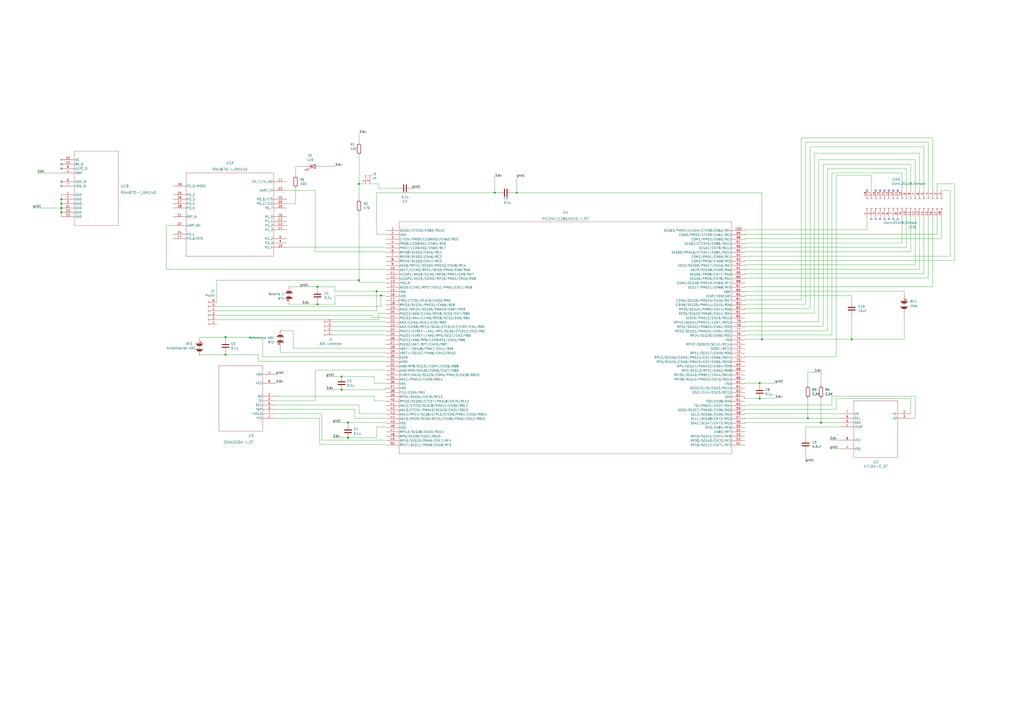
<source format=kicad_sch>
(kicad_sch (version 20211123) (generator eeschema)
  (paper "A2")
  (lib_symbols
    (symbol "2023-05-13_05-49-07:47L04-E_ST" (pin_names (offset 0.254))
      (property "Reference" "U" (at 20.32 12.7 0))
      (property "Value" "47L04-E/ST" (at 20.32 10.16 0))
      (symbol "47L04-E_ST_0_1"
        (polyline (pts (xy 7.62 -25.4) (xy 33.02 -25.4)) (stroke (width 0.127)))
        (polyline (pts (xy 7.62 7.62) (xy 7.62 -25.4)) (stroke (width 0.127)))
        (polyline (pts (xy 33.02 -25.4) (xy 33.02 7.62)) (stroke (width 0.127)))
        (polyline (pts (xy 33.02 7.62) (xy 7.62 7.62)) (stroke (width 0.127)))
        (pin unspecified line (at 0 -7.62 0) (length 7.62) (name "VCAP") (number "1"))
        (pin bidirectional line (at 40.64 0 180) (length 7.62) (name "A1") (number "2"))
        (pin bidirectional line (at 40.64 -2.54 180) (length 7.62) (name "A2") (number "3"))
        (pin power_out line (at 0 -20.32 0) (length 7.62) (name "VSS") (number "4"))
        (pin unspecified line (at 0 -5.08 0) (length 7.62) (name "SDA") (number "5"))
        (pin unspecified line (at 0 -2.54 0) (length 7.62) (name "SCL") (number "6"))
        (pin unspecified line (at 0 0 0) (length 7.62) (name "HS") (number "7"))
        (pin power_in line (at 0 -15.24 0) (length 7.62) (name "VCC") (number "8"))
      )
    )
    (symbol "2023-05-13_06-14-04:25AA320A-I_ST" (pin_names (offset 0.254))
      (property "Reference" "U" (at 20.32 12.7 0))
      (property "Value" "25AA320A-I/ST" (at 20.32 10.16 0))
      (symbol "25AA320A-I_ST_0_1"
        (polyline (pts (xy 7.62 -30.48) (xy 33.02 -30.48)) (stroke (width 0.127)))
        (polyline (pts (xy 7.62 7.62) (xy 7.62 -30.48)) (stroke (width 0.127)))
        (polyline (pts (xy 33.02 -30.48) (xy 33.02 7.62)) (stroke (width 0.127)))
        (polyline (pts (xy 33.02 7.62) (xy 7.62 7.62)) (stroke (width 0.127)))
        (pin unspecified line (at 0 0 0) (length 7.62) (name "*CS") (number "1"))
        (pin unspecified line (at 0 -12.7 0) (length 7.62) (name "SO") (number "2"))
        (pin unspecified line (at 0 -5.08 0) (length 7.62) (name "*WP") (number "3"))
        (pin unspecified line (at 0 -25.4 0) (length 7.62) (name "VSS") (number "4"))
        (pin unspecified line (at 0 -10.16 0) (length 7.62) (name "SI") (number "5"))
        (pin unspecified line (at 0 -7.62 0) (length 7.62) (name "SCK") (number "6"))
        (pin unspecified line (at 0 -2.54 0) (length 7.62) (name "*HOLD") (number "7"))
        (pin unspecified line (at 0 -20.32 0) (length 7.62) (name "VCC") (number "8"))
      )
    )
    (symbol "2023-05-14_08-27-05:RN4870-I_RM140" (pin_names (offset 0.254))
      (property "Reference" "U" (at 33.02 12.7 0))
      (property "Value" "RN4870-I/RM140" (at 33.02 10.16 0))
      (symbol "RN4870-I_RM140_1_1"
        (polyline (pts (xy 7.62 -40.64) (xy 58.42 -40.64)) (stroke (width 0.127)))
        (polyline (pts (xy 7.62 7.62) (xy 7.62 -40.64)) (stroke (width 0.127)))
        (polyline (pts (xy 58.42 -40.64) (xy 58.42 7.62)) (stroke (width 0.127)))
        (polyline (pts (xy 58.42 7.62) (xy 7.62 7.62)) (stroke (width 0.127)))
        (pin output line (at 66.04 2.54 180) (length 7.62) (name "P2_7/TX_IND") (number "11"))
        (pin bidirectional line (at 66.04 -20.32 180) (length 7.62) (name "P1_1") (number "12"))
        (pin bidirectional line (at 66.04 -22.86 180) (length 7.62) (name "P1_2") (number "13"))
        (pin bidirectional line (at 66.04 -25.4 180) (length 7.62) (name "P1_3") (number "14"))
        (pin bidirectional line (at 66.04 -7.62 180) (length 7.62) (name "P0_0/CTS") (number "15"))
        (pin bidirectional line (at 66.04 -17.78 180) (length 7.62) (name "P1_0") (number "16"))
        (pin bidirectional line (at 0 -30.48 0) (length 7.62) (name "P3_6/RTS") (number "17"))
        (pin input line (at 0 0 0) (length 7.62) (name "P2_0/MODE") (number "18"))
        (pin bidirectional line (at 66.04 -35.56 180) (length 7.62) (name "P2_4") (number "19"))
        (pin input line (at 0 -17.78 0) (length 7.62) (name "RST_N") (number "21"))
        (pin input line (at 0 -22.86 0) (length 7.62) (name "UART_RX") (number "22"))
        (pin output line (at 66.04 -2.54 180) (length 7.62) (name "UART_TX") (number "23"))
        (pin bidirectional line (at 0 -27.94 0) (length 7.62) (name "P3_1") (number "24"))
        (pin input line (at 0 -5.08 0) (length 7.62) (name "P3_2") (number "25"))
        (pin input line (at 0 -7.62 0) (length 7.62) (name "P3_3") (number "26"))
        (pin input line (at 0 -10.16 0) (length 7.62) (name "P3_4") (number "27"))
        (pin input line (at 0 -12.7 0) (length 7.62) (name "P3_5") (number "28"))
        (pin bidirectional line (at 66.04 -12.7 180) (length 7.62) (name "P0_7") (number "29"))
        (pin bidirectional line (at 66.04 -10.16 180) (length 7.62) (name "P0_2/LED") (number "30"))
        (pin bidirectional line (at 66.04 -30.48 180) (length 7.62) (name "P2_2") (number "5"))
        (pin bidirectional line (at 66.04 -33.02 180) (length 7.62) (name "P2_3") (number "9"))
      )
      (symbol "RN4870-I_RM140_2_1"
        (polyline (pts (xy 7.62 -38.1) (xy 33.02 -38.1)) (stroke (width 0.127)))
        (polyline (pts (xy 7.62 5.08) (xy 7.62 -38.1)) (stroke (width 0.127)))
        (polyline (pts (xy 33.02 -38.1) (xy 33.02 5.08)) (stroke (width 0.127)))
        (polyline (pts (xy 33.02 5.08) (xy 7.62 5.08)) (stroke (width 0.127)))
        (pin power_out line (at 0 -20.32 0) (length 7.62) (name "GND") (number "1"))
        (pin power_in line (at 0 -2.54 0) (length 7.62) (name "BK_O") (number "10"))
        (pin power_out line (at 0 -22.86 0) (length 7.62) (name "GND") (number "2"))
        (pin no_connect line (at 0 0 0) (length 7.62) (name "NC") (number "20"))
        (pin power_out line (at 0 -25.4 0) (length 7.62) (name "GND") (number "3"))
        (pin power_out line (at 0 -27.94 0) (length 7.62) (name "GND") (number "31"))
        (pin power_out line (at 0 -30.48 0) (length 7.62) (name "GND") (number "32"))
        (pin power_out line (at 0 -33.02 0) (length 7.62) (name "GND") (number "33"))
        (pin power_in line (at 0 -7.62 0) (length 7.62) (name "VBAT") (number "4"))
        (pin power_in line (at 0 -12.7 0) (length 7.62) (name "VDD_IO") (number "6"))
        (pin power_in line (at 0 -15.24 0) (length 7.62) (name "VDD_IO") (number "7"))
        (pin power_in line (at 0 -5.08 0) (length 7.62) (name "ULPC_O") (number "8"))
      )
    )
    (symbol "2023-05-15_22-46-42:PIC24FJ128GA310-I_PT" (pin_names (offset 0.254))
      (property "Reference" "U" (at 104.14 10.16 0))
      (property "Value" "PIC24FJ128GA310-I/PT" (at 104.14 7.62 0))
      (symbol "PIC24FJ128GA310-I_PT_0_1"
        (polyline (pts (xy 7.62 -129.54) (xy 200.66 -129.54)) (stroke (width 0.127)))
        (polyline (pts (xy 7.62 5.08) (xy 7.62 -129.54)) (stroke (width 0.127)))
        (polyline (pts (xy 200.66 -129.54) (xy 200.66 5.08)) (stroke (width 0.127)))
        (polyline (pts (xy 200.66 5.08) (xy 7.62 5.08)) (stroke (width 0.127)))
        (pin bidirectional line (at 0 0 0) (length 7.62) (name "SEG51/CTED3/CN82/RG15") (number "1"))
        (pin bidirectional line (at 0 -22.86 0) (length 7.62) (name "AN17/C1IND/RP21/SEG0/PMA5/CN8/RG6") (number "10"))
        (pin bidirectional line (at 208.28 0 180) (length 7.62) (name "SEG63/PMD4/HLVDIN/CTED8/CN62/RE4") (number "100"))
        (pin bidirectional line (at 0 -25.4 0) (length 7.62) (name "VLCAP1/AN18/C1INC/RP26/PMA4/CN9/RG7") (number "11"))
        (pin bidirectional line (at 0 -27.94 0) (length 7.62) (name "VLCAP2/AN19/C2IND/RP19/PMA3/CN10/RG8") (number "12"))
        (pin unspecified line (at 0 -30.48 0) (length 7.62) (name "*MCLR") (number "13"))
        (pin bidirectional line (at 0 -33.02 0) (length 7.62) (name "AN20/C2INC/RP27/SEG1/PMA2/CN11/RG9") (number "14"))
        (pin power_in line (at 0 -35.56 0) (length 7.62) (name "VSS") (number "15"))
        (pin power_in line (at 0 -38.1 0) (length 7.62) (name "VDD") (number "16"))
        (pin bidirectional line (at 0 -40.64 0) (length 7.62) (name "TMS/CTED0/SEG49/CN33/RA0") (number "17"))
        (pin bidirectional line (at 0 -43.18 0) (length 7.62) (name "RPI33/SEG34/PMCS1/CN66/RE8") (number "18"))
        (pin bidirectional line (at 0 -45.72 0) (length 7.62) (name "AN21/RPI34/SEG35/PMA19/CN67/RE9") (number "19"))
        (pin power_in line (at 0 -2.54 0) (length 7.62) (name "VDD") (number "2"))
        (pin bidirectional line (at 0 -48.26 0) (length 7.62) (name "PGEC3/AN5/C1INA/RP18/SEG2/CN7/RB5") (number "20"))
        (pin bidirectional line (at 0 -50.8 0) (length 7.62) (name "PGED3/AN4/C1INB/RP28/SEG3/CN6/RB4") (number "21"))
        (pin bidirectional line (at 0 -53.34 0) (length 7.62) (name "AN3/C2INA/SEG4/CN5/RB3") (number "22"))
        (pin bidirectional line (at 0 -55.88 0) (length 7.62) (name "AN2/C2INB/RP13/SEG5/CTED13/CTCMP/CN4/RB2") (number "23"))
        (pin bidirectional line (at 0 -58.42 0) (length 7.62) (name "PGEC1/CVREF-/AN1/RP1/SEG6/CTED12/CN3/RB1") (number "24"))
        (pin bidirectional line (at 0 -60.96 0) (length 7.62) (name "PGED1/CVREF+/AN0/RP0/SEG7/CN2/RB0") (number "25"))
        (pin bidirectional line (at 0 -63.5 0) (length 7.62) (name "PGEC2/AN6/RP6/LCDBIAS3/CN24/RB6") (number "26"))
        (pin bidirectional line (at 0 -66.04 0) (length 7.62) (name "PGED2/AN7/RP7/CN25/RB7") (number "27"))
        (pin bidirectional line (at 0 -68.58 0) (length 7.62) (name "VREF-/SEG36/PMA7/CN41/RA9") (number "28"))
        (pin bidirectional line (at 0 -71.12 0) (length 7.62) (name "VREF+/SEG37/PMA6/CN42/RA10") (number "29"))
        (pin bidirectional line (at 0 -5.08 0) (length 7.62) (name "CTED4/PMD5/LCDBIAS2/CN63/RE5") (number "3"))
        (pin power_in line (at 0 -73.66 0) (length 7.62) (name "AVDD") (number "30"))
        (pin power_in line (at 0 -76.2 0) (length 7.62) (name "AVSS") (number "31"))
        (pin bidirectional line (at 0 -78.74 0) (length 7.62) (name "AN8/RP8/SEG31/COM7/CN26/RB8") (number "32"))
        (pin bidirectional line (at 0 -81.28 0) (length 7.62) (name "AN9/RP9/SEG30/COM6/CN27/RB9") (number "33"))
        (pin bidirectional line (at 0 -83.82 0) (length 7.62) (name "CVREF/AN10/SEG29/COM5/PMA13/CN28/RB10") (number "34"))
        (pin bidirectional line (at 0 -86.36 0) (length 7.62) (name "AN11/PMA12/CN29/RB11") (number "35"))
        (pin power_in line (at 0 -88.9 0) (length 7.62) (name "VSS") (number "36"))
        (pin power_in line (at 0 -91.44 0) (length 7.62) (name "VDD") (number "37"))
        (pin bidirectional line (at 0 -93.98 0) (length 7.62) (name "TCK/CN34/RA1") (number "38"))
        (pin bidirectional line (at 0 -96.52 0) (length 7.62) (name "RP31/SEG54/CN76/RF13") (number "39"))
        (pin bidirectional line (at 0 -7.62 0) (length 7.62) (name "PMD6/LCDBIAS1/CN64/RE6") (number "4"))
        (pin bidirectional line (at 0 -99.06 0) (length 7.62) (name "RPI32/SEG55/CTED7/PMA18/CN75/RF12") (number "40"))
        (pin bidirectional line (at 0 -101.6 0) (length 7.62) (name "AN12/CTED2/SEG18/PMA11/CN30/RB12") (number "41"))
        (pin bidirectional line (at 0 -104.14 0) (length 7.62) (name "AN13/CTED1/PMA10/SEG19/CN31/RB13") (number "42"))
        (pin bidirectional line (at 0 -106.68 0) (length 7.62) (name "AN14/RP14/SEG8/CTPLS/CTED5/PMA1/CN32/RB14") (number "43"))
        (pin bidirectional line (at 0 -109.22 0) (length 7.62) (name "AN15/RP29/SEG9/REFO/CTED6/PMA0/CN12/RB15") (number "44"))
        (pin power_in line (at 0 -111.76 0) (length 7.62) (name "VSS") (number "45"))
        (pin power_in line (at 0 -114.3 0) (length 7.62) (name "VDD") (number "46"))
        (pin bidirectional line (at 0 -116.84 0) (length 7.62) (name "RPI43/SEG38/CN20/RD14") (number "47"))
        (pin bidirectional line (at 0 -119.38 0) (length 7.62) (name "RP5/SEG39/CN21/RD15") (number "48"))
        (pin bidirectional line (at 0 -121.92 0) (length 7.62) (name "RP10/SEG10/PMA9/CN17/RF4") (number "49"))
        (pin bidirectional line (at 0 -10.16 0) (length 7.62) (name "PMD7/LCDBIAS0/CN65/RE7") (number "5"))
        (pin bidirectional line (at 0 -124.46 0) (length 7.62) (name "RP17/SEG11/PMA8/CN18/RF5") (number "50"))
        (pin bidirectional line (at 208.28 -124.46 180) (length 7.62) (name "RP16/SEG12/CN71/RF3") (number "51"))
        (pin bidirectional line (at 208.28 -121.92 180) (length 7.62) (name "RP30/SEG40/CN70/RF2") (number "52"))
        (pin bidirectional line (at 208.28 -119.38 180) (length 7.62) (name "RP15/SEG41/CN74/RF8") (number "53"))
        (pin bidirectional line (at 208.28 -116.84 180) (length 7.62) (name "CN83/RF7") (number "54"))
        (pin bidirectional line (at 208.28 -114.3 180) (length 7.62) (name "INT0/CN84/RF6") (number "55"))
        (pin bidirectional line (at 208.28 -111.76 180) (length 7.62) (name "SDA1/SEG47/CN73/RG3") (number "56"))
        (pin bidirectional line (at 208.28 -109.22 180) (length 7.62) (name "SCL1/SEG28/CN72/RG2") (number "57"))
        (pin bidirectional line (at 208.28 -106.68 180) (length 7.62) (name "SCL2/SEG56/CN35/RA2") (number "58"))
        (pin bidirectional line (at 208.28 -104.14 180) (length 7.62) (name "SDA2/SEG57/PMA20/CN36/RA3") (number "59"))
        (pin bidirectional line (at 0 -12.7 0) (length 7.62) (name "RPI38/SEG32/CN45/RC1") (number "6"))
        (pin bidirectional line (at 208.28 -101.6 180) (length 7.62) (name "TDI/PMA21/CN37/RA4") (number "60"))
        (pin bidirectional line (at 208.28 -99.06 180) (length 7.62) (name "TDO/CN38/RA5") (number "61"))
        (pin power_in line (at 208.28 -96.52 180) (length 7.62) (name "VDD") (number "62"))
        (pin bidirectional line (at 208.28 -93.98 180) (length 7.62) (name "OSCI/CLKI/CN23/RC12") (number "63"))
        (pin bidirectional line (at 208.28 -91.44 180) (length 7.62) (name "OSCO/CLKO/CN22/RC15") (number "64"))
        (pin power_in line (at 208.28 -88.9 180) (length 7.62) (name "VSS") (number "65"))
        (pin bidirectional line (at 208.28 -86.36 180) (length 7.62) (name "RPI36/SEG42/PMA22/CN43/RA14") (number "66"))
        (pin bidirectional line (at 208.28 -83.82 180) (length 7.62) (name "RPI35/SEG43/PMBE1/CN44/RA15") (number "67"))
        (pin bidirectional line (at 208.28 -81.28 180) (length 7.62) (name "RP2/SEG13/RTCC/CN53/RD8") (number "68"))
        (pin bidirectional line (at 208.28 -78.74 180) (length 7.62) (name "RP4/SEG14/PMACK2/CN54/RD9") (number "69"))
        (pin bidirectional line (at 0 -15.24 0) (length 7.62) (name "RPI39/SEG52/CN46/RC2") (number "7"))
        (pin bidirectional line (at 208.28 -76.2 180) (length 7.62) (name "RP3/SEG15/C3IND/PMA15/CS2/CN55/RD10") (number "70"))
        (pin bidirectional line (at 208.28 -73.66 180) (length 7.62) (name "RP12/SEG16/C3INC/PMA14/CS1/CN56/RD11") (number "71"))
        (pin bidirectional line (at 208.28 -71.12 180) (length 7.62) (name "RP11/SEG17/CN49/RD0") (number "72"))
        (pin bidirectional line (at 208.28 -68.58 180) (length 7.62) (name "SOSCI/RC13") (number "73"))
        (pin bidirectional line (at 208.28 -66.04 180) (length 7.62) (name "RPI37/SOSCO/SCLKI/RC14") (number "74"))
        (pin power_in line (at 208.28 -63.5 180) (length 7.62) (name "VSS") (number "75"))
        (pin bidirectional line (at 208.28 -60.96 180) (length 7.62) (name "RP24/SEG20/CN50/RD1") (number "76"))
        (pin bidirectional line (at 208.28 -58.42 180) (length 7.62) (name "RP23/SEG21/PMACK1/CN51/RD2") (number "77"))
        (pin bidirectional line (at 208.28 -55.88 180) (length 7.62) (name "RP22/SEG22/PMBE0/CN52/RD3") (number "78"))
        (pin bidirectional line (at 208.28 -53.34 180) (length 7.62) (name "RPI42/SEG44/PMD12/CN57/RD12") (number "79"))
        (pin bidirectional line (at 0 -17.78 0) (length 7.62) (name "RPI40/SEG33/CN47/RC3") (number "8"))
        (pin bidirectional line (at 208.28 -50.8 180) (length 7.62) (name "SEG45/PMD13/CN19/RD13") (number "80"))
        (pin bidirectional line (at 208.28 -48.26 180) (length 7.62) (name "RP25/SEG23/PMWR/CN13/RD4") (number "81"))
        (pin bidirectional line (at 208.28 -45.72 180) (length 7.62) (name "RP20/SEG24/PMRD/CN14/RD5") (number "82"))
        (pin bidirectional line (at 208.28 -43.18 180) (length 7.62) (name "C3INB/SEG25/PMD14/CN15/RD6") (number "83"))
        (pin bidirectional line (at 208.28 -40.64 180) (length 7.62) (name "C3INA/SEG26/PMD15/CN16/RD7") (number "84"))
        (pin power_in line (at 208.28 -38.1 180) (length 7.62) (name "VCAP/VDDCORE") (number "85"))
        (pin power_in line (at 208.28 -35.56 180) (length 7.62) (name "VBAT") (number "86"))
        (pin bidirectional line (at 208.28 -33.02 180) (length 7.62) (name "SEG27/PMD11/CN68/RF0") (number "87"))
        (pin bidirectional line (at 208.28 -30.48 180) (length 7.62) (name "COM4/SEG48/PMD10/CN69/RF1") (number "88"))
        (pin bidirectional line (at 208.28 -27.94 180) (length 7.62) (name "SEG46/PMD9/CN78/RG1") (number "89"))
        (pin bidirectional line (at 0 -20.32 0) (length 7.62) (name "AN16/RPI41/SEG53/PMCS2/CN48/RC4") (number "9"))
        (pin bidirectional line (at 208.28 -25.4 180) (length 7.62) (name "SEG50/PMD8/CN77/RG0") (number "90"))
        (pin bidirectional line (at 208.28 -22.86 180) (length 7.62) (name "AN23/SEG58/CN39/RA6") (number "91"))
        (pin bidirectional line (at 208.28 -20.32 180) (length 7.62) (name "AN22/SEG59/PMA17/CN40/RA7") (number "92"))
        (pin bidirectional line (at 208.28 -17.78 180) (length 7.62) (name "COM3/PMD0/CN58/RE0") (number "93"))
        (pin bidirectional line (at 208.28 -15.24 180) (length 7.62) (name "COM2/PMD1/CN59/RE1") (number "94"))
        (pin bidirectional line (at 208.28 -12.7 180) (length 7.62) (name "SEG60/PMA16/CTED11/CN81/RG14") (number "95"))
        (pin bidirectional line (at 208.28 -10.16 180) (length 7.62) (name "SEG61/CN79/RG12") (number "96"))
        (pin bidirectional line (at 208.28 -7.62 180) (length 7.62) (name "SEG62/CTED10/CN80/RG13") (number "97"))
        (pin bidirectional line (at 208.28 -5.08 180) (length 7.62) (name "COM1/PMD2/CN60/RE2") (number "98"))
        (pin bidirectional line (at 208.28 -2.54 180) (length 7.62) (name "COM0/PMD3/CTED9/CN61/RE3") (number "99"))
      )
    )
    (symbol "Connector:Conn_01x02_Female" (pin_names (offset 1.016) hide)
      (property "Reference" "J" (at 0 2.54 0))
      (property "Value" "Conn_01x02_Female" (at 0 -5.08 0))
      (symbol "Conn_01x02_Female_1_1"
        (arc (start 0 -2.032) (mid -0.508 -2.54) (end 0 -3.048) (stroke (width 0.1524)))
        (polyline (pts (xy -1.27 -2.54) (xy -0.508 -2.54)) (stroke (width 0.1524)))
        (polyline (pts (xy -1.27 0) (xy -0.508 0)) (stroke (width 0.1524)))
        (arc (start 0 0.508) (mid -0.508 0) (end 0 -0.508) (stroke (width 0.1524)))
        (pin passive line (at -5.08 0 0) (length 3.81) (name "Pin_1") (number "1"))
        (pin passive line (at -5.08 -2.54 0) (length 3.81) (name "Pin_2") (number "2"))
      )
    )
    (symbol "Connector:Conn_01x04_Female" (pin_names (offset 1.016) hide)
      (property "Reference" "J" (at 0 5.08 0))
      (property "Value" "Conn_01x04_Female" (at 0 -7.62 0))
      (symbol "Conn_01x04_Female_1_1"
        (arc (start 0 -4.572) (mid -0.508 -5.08) (end 0 -5.588) (stroke (width 0.1524)))
        (arc (start 0 -2.032) (mid -0.508 -2.54) (end 0 -3.048) (stroke (width 0.1524)))
        (polyline (pts (xy -1.27 -5.08) (xy -0.508 -5.08)) (stroke (width 0.1524)))
        (polyline (pts (xy -1.27 -2.54) (xy -0.508 -2.54)) (stroke (width 0.1524)))
        (polyline (pts (xy -1.27 0) (xy -0.508 0)) (stroke (width 0.1524)))
        (polyline (pts (xy -1.27 2.54) (xy -0.508 2.54)) (stroke (width 0.1524)))
        (arc (start 0 0.508) (mid -0.508 0) (end 0 -0.508) (stroke (width 0.1524)))
        (arc (start 0 3.048) (mid -0.508 2.54) (end 0 2.032) (stroke (width 0.1524)))
        (pin passive line (at -5.08 2.54 0) (length 3.81) (name "Pin_1") (number "1"))
        (pin passive line (at -5.08 0 0) (length 3.81) (name "Pin_2") (number "2"))
        (pin passive line (at -5.08 -2.54 0) (length 3.81) (name "Pin_3") (number "3"))
        (pin passive line (at -5.08 -5.08 0) (length 3.81) (name "Pin_4") (number "4"))
      )
    )
    (symbol "Connector:Conn_01x06_Female" (pin_names (offset 1.016) hide)
      (property "Reference" "J" (at 0 7.62 0))
      (property "Value" "Conn_01x06_Female" (at 0 -10.16 0))
      (symbol "Conn_01x06_Female_1_1"
        (arc (start 0 -7.112) (mid -0.508 -7.62) (end 0 -8.128) (stroke (width 0.1524)))
        (arc (start 0 -4.572) (mid -0.508 -5.08) (end 0 -5.588) (stroke (width 0.1524)))
        (arc (start 0 -2.032) (mid -0.508 -2.54) (end 0 -3.048) (stroke (width 0.1524)))
        (polyline (pts (xy -1.27 -7.62) (xy -0.508 -7.62)) (stroke (width 0.1524)))
        (polyline (pts (xy -1.27 -5.08) (xy -0.508 -5.08)) (stroke (width 0.1524)))
        (polyline (pts (xy -1.27 -2.54) (xy -0.508 -2.54)) (stroke (width 0.1524)))
        (polyline (pts (xy -1.27 0) (xy -0.508 0)) (stroke (width 0.1524)))
        (polyline (pts (xy -1.27 2.54) (xy -0.508 2.54)) (stroke (width 0.1524)))
        (polyline (pts (xy -1.27 5.08) (xy -0.508 5.08)) (stroke (width 0.1524)))
        (arc (start 0 0.508) (mid -0.508 0) (end 0 -0.508) (stroke (width 0.1524)))
        (arc (start 0 3.048) (mid -0.508 2.54) (end 0 2.032) (stroke (width 0.1524)))
        (arc (start 0 5.588) (mid -0.508 5.08) (end 0 4.572) (stroke (width 0.1524)))
        (pin passive line (at -5.08 5.08 0) (length 3.81) (name "Pin_1") (number "1"))
        (pin passive line (at -5.08 2.54 0) (length 3.81) (name "Pin_2") (number "2"))
        (pin passive line (at -5.08 0 0) (length 3.81) (name "Pin_3") (number "3"))
        (pin passive line (at -5.08 -2.54 0) (length 3.81) (name "Pin_4") (number "4"))
        (pin passive line (at -5.08 -5.08 0) (length 3.81) (name "Pin_5") (number "5"))
        (pin passive line (at -5.08 -7.62 0) (length 3.81) (name "Pin_6") (number "6"))
      )
    )
    (symbol "Connector:Conn_01x18_Female" (pin_names (offset 1.016) hide)
      (property "Reference" "J" (at 0 22.86 0))
      (property "Value" "Conn_01x18_Female" (at 0 -25.4 0))
      (symbol "Conn_01x18_Female_1_1"
        (arc (start 0 -22.352) (mid -0.508 -22.86) (end 0 -23.368) (stroke (width 0.1524)))
        (arc (start 0 -19.812) (mid -0.508 -20.32) (end 0 -20.828) (stroke (width 0.1524)))
        (arc (start 0 -17.272) (mid -0.508 -17.78) (end 0 -18.288) (stroke (width 0.1524)))
        (arc (start 0 -14.732) (mid -0.508 -15.24) (end 0 -15.748) (stroke (width 0.1524)))
        (arc (start 0 -12.192) (mid -0.508 -12.7) (end 0 -13.208) (stroke (width 0.1524)))
        (arc (start 0 -9.652) (mid -0.508 -10.16) (end 0 -10.668) (stroke (width 0.1524)))
        (arc (start 0 -7.112) (mid -0.508 -7.62) (end 0 -8.128) (stroke (width 0.1524)))
        (arc (start 0 -4.572) (mid -0.508 -5.08) (end 0 -5.588) (stroke (width 0.1524)))
        (arc (start 0 -2.032) (mid -0.508 -2.54) (end 0 -3.048) (stroke (width 0.1524)))
        (polyline (pts (xy -1.27 -22.86) (xy -0.508 -22.86)) (stroke (width 0.1524)))
        (polyline (pts (xy -1.27 -20.32) (xy -0.508 -20.32)) (stroke (width 0.1524)))
        (polyline (pts (xy -1.27 -17.78) (xy -0.508 -17.78)) (stroke (width 0.1524)))
        (polyline (pts (xy -1.27 -15.24) (xy -0.508 -15.24)) (stroke (width 0.1524)))
        (polyline (pts (xy -1.27 -12.7) (xy -0.508 -12.7)) (stroke (width 0.1524)))
        (polyline (pts (xy -1.27 -10.16) (xy -0.508 -10.16)) (stroke (width 0.1524)))
        (polyline (pts (xy -1.27 -7.62) (xy -0.508 -7.62)) (stroke (width 0.1524)))
        (polyline (pts (xy -1.27 -5.08) (xy -0.508 -5.08)) (stroke (width 0.1524)))
        (polyline (pts (xy -1.27 -2.54) (xy -0.508 -2.54)) (stroke (width 0.1524)))
        (polyline (pts (xy -1.27 0) (xy -0.508 0)) (stroke (width 0.1524)))
        (polyline (pts (xy -1.27 2.54) (xy -0.508 2.54)) (stroke (width 0.1524)))
        (polyline (pts (xy -1.27 5.08) (xy -0.508 5.08)) (stroke (width 0.1524)))
        (polyline (pts (xy -1.27 7.62) (xy -0.508 7.62)) (stroke (width 0.1524)))
        (polyline (pts (xy -1.27 10.16) (xy -0.508 10.16)) (stroke (width 0.1524)))
        (polyline (pts (xy -1.27 12.7) (xy -0.508 12.7)) (stroke (width 0.1524)))
        (polyline (pts (xy -1.27 15.24) (xy -0.508 15.24)) (stroke (width 0.1524)))
        (polyline (pts (xy -1.27 17.78) (xy -0.508 17.78)) (stroke (width 0.1524)))
        (polyline (pts (xy -1.27 20.32) (xy -0.508 20.32)) (stroke (width 0.1524)))
        (arc (start 0 0.508) (mid -0.508 0) (end 0 -0.508) (stroke (width 0.1524)))
        (arc (start 0 3.048) (mid -0.508 2.54) (end 0 2.032) (stroke (width 0.1524)))
        (arc (start 0 5.588) (mid -0.508 5.08) (end 0 4.572) (stroke (width 0.1524)))
        (arc (start 0 8.128) (mid -0.508 7.62) (end 0 7.112) (stroke (width 0.1524)))
        (arc (start 0 10.668) (mid -0.508 10.16) (end 0 9.652) (stroke (width 0.1524)))
        (arc (start 0 13.208) (mid -0.508 12.7) (end 0 12.192) (stroke (width 0.1524)))
        (arc (start 0 15.748) (mid -0.508 15.24) (end 0 14.732) (stroke (width 0.1524)))
        (arc (start 0 18.288) (mid -0.508 17.78) (end 0 17.272) (stroke (width 0.1524)))
        (arc (start 0 20.828) (mid -0.508 20.32) (end 0 19.812) (stroke (width 0.1524)))
        (pin passive line (at -5.08 20.32 0) (length 3.81) (name "Pin_1") (number "1"))
        (pin passive line (at -5.08 -2.54 0) (length 3.81) (name "Pin_10") (number "10"))
        (pin passive line (at -5.08 -5.08 0) (length 3.81) (name "Pin_11") (number "11"))
        (pin passive line (at -5.08 -7.62 0) (length 3.81) (name "Pin_12") (number "12"))
        (pin passive line (at -5.08 -10.16 0) (length 3.81) (name "Pin_13") (number "13"))
        (pin passive line (at -5.08 -12.7 0) (length 3.81) (name "Pin_14") (number "14"))
        (pin passive line (at -5.08 -15.24 0) (length 3.81) (name "Pin_15") (number "15"))
        (pin passive line (at -5.08 -17.78 0) (length 3.81) (name "Pin_16") (number "16"))
        (pin passive line (at -5.08 -20.32 0) (length 3.81) (name "Pin_17") (number "17"))
        (pin passive line (at -5.08 -22.86 0) (length 3.81) (name "Pin_18") (number "18"))
        (pin passive line (at -5.08 17.78 0) (length 3.81) (name "Pin_2") (number "2"))
        (pin passive line (at -5.08 15.24 0) (length 3.81) (name "Pin_3") (number "3"))
        (pin passive line (at -5.08 12.7 0) (length 3.81) (name "Pin_4") (number "4"))
        (pin passive line (at -5.08 10.16 0) (length 3.81) (name "Pin_5") (number "5"))
        (pin passive line (at -5.08 7.62 0) (length 3.81) (name "Pin_6") (number "6"))
        (pin passive line (at -5.08 5.08 0) (length 3.81) (name "Pin_7") (number "7"))
        (pin passive line (at -5.08 2.54 0) (length 3.81) (name "Pin_8") (number "8"))
        (pin passive line (at -5.08 0 0) (length 3.81) (name "Pin_9") (number "9"))
      )
    )
    (symbol "Device:Battery" (pin_numbers hide) (pin_names (offset 0) hide)
      (property "Reference" "BT" (at 2.54 2.54 0))
      (property "Value" "Battery" (at 2.54 0 0))
      (symbol "Battery_0_1"
        (rectangle (start -2.032 -1.397) (end 2.032 -1.651) (fill (type outline)))
        (rectangle (start -2.032 1.778) (end 2.032 1.524) (fill (type outline)))
        (rectangle (start -1.3208 -1.9812) (end 1.27 -2.4892) (fill (type outline)))
        (rectangle (start -1.3208 1.1938) (end 1.27 0.6858) (fill (type outline)))
        (polyline (pts (xy 0 -1.524) (xy 0 -1.27)))
        (polyline (pts (xy 0 -1.016) (xy 0 -0.762)))
        (polyline (pts (xy 0 -0.508) (xy 0 -0.254)))
        (polyline (pts (xy 0 0) (xy 0 0.254)))
        (polyline (pts (xy 0 0.508) (xy 0 0.762)))
        (polyline (pts (xy 0 1.778) (xy 0 2.54)))
        (polyline (pts (xy 0.254 2.667) (xy 1.27 2.667)) (stroke (width 0.254)))
        (polyline (pts (xy 0.762 3.175) (xy 0.762 2.159)) (stroke (width 0.254)))
      )
      (symbol "Battery_1_1"
        (pin passive line (at 0 5.08 270) (length 2.54) (name "+") (number "1"))
        (pin passive line (at 0 -5.08 90) (length 2.54) (name "-") (number "2"))
      )
    )
    (symbol "Device:C" (pin_numbers hide) (pin_names (offset 0.254))
      (property "Reference" "C" (at 0.635 2.54 0))
      (property "Value" "C" (at 0.635 -2.54 0))
      (symbol "C_0_1"
        (polyline (pts (xy -2.032 -0.762) (xy 2.032 -0.762)) (stroke (width 0.508)))
        (polyline (pts (xy -2.032 0.762) (xy 2.032 0.762)) (stroke (width 0.508)))
      )
      (symbol "C_1_1"
        (pin passive line (at 0 3.81 270) (length 2.794) (name "~") (number "1"))
        (pin passive line (at 0 -3.81 90) (length 2.794) (name "~") (number "2"))
      )
    )
    (symbol "Device:LED" (pin_numbers hide) (pin_names (offset 1.016) hide)
      (property "Reference" "D" (at 0 2.54 0))
      (property "Value" "LED" (at 0 -2.54 0))
      (symbol "LED_0_1"
        (polyline (pts (xy -1.27 -1.27) (xy -1.27 1.27)) (stroke (width 0.254)))
        (polyline (pts (xy -1.27 0) (xy 1.27 0)))
        (polyline (pts (xy 1.27 -1.27) (xy 1.27 1.27) (xy -1.27 0) (xy 1.27 -1.27)) (stroke (width 0.254)))
        (polyline (pts (xy -3.048 -0.762) (xy -4.572 -2.286) (xy -3.81 -2.286) (xy -4.572 -2.286) (xy -4.572 -1.524)))
        (polyline (pts (xy -1.778 -0.762) (xy -3.302 -2.286) (xy -2.54 -2.286) (xy -3.302 -2.286) (xy -3.302 -1.524)))
      )
      (symbol "LED_1_1"
        (pin passive line (at -3.81 0 0) (length 2.54) (name "K") (number "1"))
        (pin passive line (at 3.81 0 180) (length 2.54) (name "A") (number "2"))
      )
    )
    (symbol "Device:R" (pin_numbers hide) (pin_names (offset 0))
      (property "Reference" "R" (at 2.032 0 90))
      (property "Value" "R" (at 0 0 90))
      (symbol "R_0_1"
        (rectangle (start -1.016 -2.54) (end 1.016 2.54) (stroke (width 0.254)))
      )
      (symbol "R_1_1"
        (pin passive line (at 0 3.81 270) (length 1.27) (name "~") (number "1"))
        (pin passive line (at 0 -3.81 90) (length 1.27) (name "~") (number "2"))
      )
    )
  )
  (junction (at 35.56 118.11))
  (junction (at 35.56 115.57))
  (junction (at 220.98 171.45))
  (junction (at 441.96 196.85))
  (junction (at 476.25 245.11))
  (junction (at 218.44 168.91))
  (junction (at 184.15 166.37))
  (junction (at 440.69 231.14))
  (junction (at 130.81 195.58))
  (junction (at 35.56 123.19))
  (junction (at 201.93 245.11))
  (junction (at 440.69 222.25))
  (junction (at 287.02 111.76))
  (junction (at 468.63 242.57))
  (junction (at 198.12 218.44))
  (junction (at 201.93 254))
  (junction (at 35.56 120.65))
  (junction (at 198.12 226.06))
  (junction (at 299.72 111.76))
  (junction (at 184.15 176.53))
  (junction (at 208.28 162.56))
  (junction (at 130.81 205.74))
  (junction (at 494.03 196.85))
  (junction (at 208.28 106.68))
  (no_connect (at 515.62 110.49))
  (no_connect (at 35.56 107.95))
  (no_connect (at 518.16 110.49))
  (no_connect (at 508 110.49))
  (no_connect (at 502.92 110.49))
  (no_connect (at 520.7 127))
  (no_connect (at 35.56 97.79))
  (no_connect (at 515.62 127))
  (no_connect (at 508 127))
  (no_connect (at 520.7 110.49))
  (no_connect (at 510.54 127))
  (no_connect (at 513.08 127))
  (no_connect (at 513.08 110.49))
  (no_connect (at 35.56 95.25))
  (no_connect (at 35.56 105.41))
  (no_connect (at 518.16 127))
  (no_connect (at 510.54 110.49))
  (no_connect (at 505.46 127))
  (wire (pts (xy 431.8 151.13) (xy 553.72 151.13)))
  (wire (pts (xy 431.8 176.53) (xy 467.36 176.53)))
  (wire (pts (xy 469.9 85.09) (xy 535.94 85.09)))
  (wire (pts (xy 185.42 242.57) (xy 185.42 257.81)))
  (wire (pts (xy 160.02 242.57) (xy 185.42 242.57)))
  (wire (pts (xy 467.36 176.53) (xy 467.36 82.55)))
  (wire (pts (xy 205.74 242.57) (xy 223.52 242.57)))
  (wire (pts (xy 431.8 240.03) (xy 487.68 240.03)))
  (wire (pts (xy 494.03 182.88) (xy 494.03 196.85)))
  (wire (pts (xy 535.94 125.73) (xy 535.94 158.75)))
  (wire (pts (xy 220.98 177.8) (xy 220.98 171.45)))
  (wire (pts (xy 185.42 257.81) (xy 223.52 257.81)))
  (wire (pts (xy 193.04 186.69) (xy 223.52 186.69)))
  (wire (pts (xy 193.04 194.31) (xy 223.52 194.31)))
  (wire (pts (xy 477.52 95.25) (xy 528.32 95.25)))
  (wire (pts (xy 543.56 106.68) (xy 543.56 110.49)))
  (wire (pts (xy 217.17 218.44) (xy 217.17 222.25)))
  (wire (pts (xy 551.18 148.59) (xy 551.18 110.49)))
  (wire (pts (xy 431.8 133.35) (xy 502.92 133.35)))
  (wire (pts (xy 474.98 186.69) (xy 474.98 92.71)))
  (wire (pts (xy 528.32 242.57) (xy 530.86 242.57)))
  (wire (pts (xy 523.24 100.33) (xy 523.24 110.49)))
  (wire (pts (xy 431.8 245.11) (xy 476.25 245.11)))
  (wire (pts (xy 205.74 237.49) (xy 205.74 242.57)))
  (wire (pts (xy 472.44 88.9) (xy 533.4 88.9)))
  (wire (pts (xy 464.82 80.01) (xy 541.02 80.01)))
  (wire (pts (xy 440.69 222.25) (xy 449.58 222.25)))
  (wire (pts (xy 218.44 168.91) (xy 223.52 168.91)))
  (wire (pts (xy 170.18 201.93) (xy 170.18 191.77)))
  (wire (pts (xy 96.52 156.21) (xy 223.52 156.21)))
  (wire (pts (xy 538.48 125.73) (xy 538.48 161.29)))
  (wire (pts (xy 468.63 215.9) (xy 476.25 215.9)))
  (wire (pts (xy 535.94 85.09) (xy 535.94 110.49)))
  (wire (pts (xy 431.8 158.75) (xy 535.94 158.75)))
  (wire (pts (xy 431.8 135.89) (xy 543.56 135.89)))
  (wire (pts (xy 431.8 143.51) (xy 525.78 143.51)))
  (wire (pts (xy 35.56 123.19) (xy 35.56 125.73)))
  (wire (pts (xy 525.78 97.79) (xy 525.78 110.49)))
  (wire (pts (xy 171.45 96.52) (xy 177.8 96.52)))
  (wire (pts (xy 524.51 181.61) (xy 524.51 196.85)))
  (wire (pts (xy 198.12 218.44) (xy 217.17 218.44)))
  (wire (pts (xy 215.9 182.88) (xy 215.9 184.15)))
  (wire (pts (xy 431.8 237.49) (xy 485.14 237.49)))
  (wire (pts (xy 467.36 261.62) (xy 467.36 267.97)))
  (wire (pts (xy 487.68 247.65) (xy 467.36 247.65)))
  (wire (pts (xy 543.56 125.73) (xy 543.56 135.89)))
  (wire (pts (xy 218.44 247.65) (xy 223.52 247.65)))
  (wire (pts (xy 160.02 237.49) (xy 205.74 237.49)))
  (wire (pts (xy 431.8 181.61) (xy 472.44 181.61)))
  (wire (pts (xy 494.03 175.26) (xy 494.03 171.45)))
  (wire (pts (xy 208.28 240.03) (xy 223.52 240.03)))
  (wire (pts (xy 431.8 242.57) (xy 468.63 242.57)))
  (wire (pts (xy 299.72 102.87) (xy 299.72 111.76)))
  (wire (pts (xy 431.8 138.43) (xy 546.1 138.43)))
  (wire (pts (xy 193.04 245.11) (xy 201.93 245.11)))
  (wire (pts (xy 160.02 232.41) (xy 182.88 232.41)))
  (wire (pts (xy 472.44 181.61) (xy 472.44 88.9)))
  (wire (pts (xy 96.52 130.81) (xy 96.52 156.21)))
  (wire (pts (xy 530.86 229.87) (xy 482.6 229.87)))
  (wire (pts (xy 289.56 111.76) (xy 287.02 111.76)))
  (wire (pts (xy 186.69 240.03) (xy 186.69 255.27)))
  (wire (pts (xy 467.36 247.65) (xy 467.36 254)))
  (wire (pts (xy 243.84 109.22) (xy 238.76 109.22)))
  (wire (pts (xy 208.28 234.95) (xy 208.28 240.03)))
  (wire (pts (xy 546.1 125.73) (xy 546.1 138.43)))
  (wire (pts (xy 431.8 146.05) (xy 528.32 146.05)))
  (wire (pts (xy 194.31 171.45) (xy 194.31 176.53)))
  (wire (pts (xy 35.56 115.57) (xy 35.56 118.11)))
  (wire (pts (xy 219.71 106.68) (xy 214.63 106.68)))
  (wire (pts (xy 431.8 173.99) (xy 464.82 173.99)))
  (wire (pts (xy 467.36 82.55) (xy 538.48 82.55)))
  (wire (pts (xy 208.28 106.68) (xy 212.09 106.68)))
  (wire (pts (xy 431.8 148.59) (xy 551.18 148.59)))
  (wire (pts (xy 287.02 102.87) (xy 287.02 111.76)))
  (wire (pts (xy 170.18 201.93) (xy 223.52 201.93)))
  (wire (pts (xy 162.56 201.93) (xy 162.56 204.47)))
  (wire (pts (xy 194.31 168.91) (xy 218.44 168.91)))
  (wire (pts (xy 523.24 125.73) (xy 523.24 140.97)))
  (wire (pts (xy 201.93 254) (xy 218.44 254)))
  (wire (pts (xy 538.48 82.55) (xy 538.48 110.49)))
  (wire (pts (xy 186.69 255.27) (xy 223.52 255.27)))
  (wire (pts (xy 528.32 95.25) (xy 528.32 110.49)))
  (wire (pts (xy 160.02 240.03) (xy 186.69 240.03)))
  (wire (pts (xy 431.8 168.91) (xy 524.51 168.91)))
  (wire (pts (xy 525.78 125.73) (xy 525.78 143.51)))
  (wire (pts (xy 35.56 118.11) (xy 35.56 120.65)))
  (wire (pts (xy 218.44 254) (xy 218.44 247.65)))
  (wire (pts (xy 431.8 171.45) (xy 494.03 171.45)))
  (wire (pts (xy 431.8 191.77) (xy 480.06 191.77)))
  (wire (pts (xy 530.86 125.73) (xy 530.86 153.67)))
  (wire (pts (xy 182.88 232.41) (xy 182.88 214.63)))
  (wire (pts (xy 482.6 100.33) (xy 523.24 100.33)))
  (wire (pts (xy 431.8 222.25) (xy 440.69 222.25)))
  (wire (pts (xy 431.8 161.29) (xy 538.48 161.29)))
  (wire (pts (xy 184.15 166.37) (xy 184.15 167.64)))
  (wire (pts (xy 130.81 204.47) (xy 130.81 205.74)))
  (wire (pts (xy 182.88 214.63) (xy 223.52 214.63)))
  (wire (pts (xy 166.37 143.51) (xy 223.52 143.51)))
  (wire (pts (xy 182.88 146.05) (xy 223.52 146.05)))
  (wire (pts (xy 481.33 260.35) (xy 487.68 260.35)))
  (wire (pts (xy 19.05 120.65) (xy 35.56 120.65)))
  (wire (pts (xy 194.31 166.37) (xy 184.15 166.37)))
  (wire (pts (xy 115.57 195.58) (xy 130.81 195.58)))
  (wire (pts (xy 194.31 171.45) (xy 220.98 171.45)))
  (wire (pts (xy 167.64 166.37) (xy 184.15 166.37)))
  (wire (pts (xy 198.12 226.06) (xy 223.52 226.06)))
  (wire (pts (xy 220.98 171.45) (xy 223.52 171.45)))
  (wire (pts (xy 482.6 229.87) (xy 482.6 234.95)))
  (wire (pts (xy 218.44 111.76) (xy 218.44 135.89)))
  (wire (pts (xy 125.73 182.88) (xy 215.9 182.88)))
  (wire (pts (xy 440.69 231.14) (xy 449.58 231.14)))
  (wire (pts (xy 193.04 189.23) (xy 223.52 189.23)))
  (wire (pts (xy 468.63 215.9) (xy 468.63 223.52)))
  (wire (pts (xy 189.23 218.44) (xy 198.12 218.44)))
  (wire (pts (xy 208.28 77.47) (xy 208.28 82.55)))
  (wire (pts (xy 431.8 153.67) (xy 530.86 153.67)))
  (wire (pts (xy 184.15 176.53) (xy 184.15 175.26)))
  (wire (pts (xy 115.57 205.74) (xy 130.81 205.74)))
  (wire (pts (xy 167.64 176.53) (xy 184.15 176.53)))
  (wire (pts (xy 468.63 231.14) (xy 468.63 242.57)))
  (wire (pts (xy 441.96 196.85) (xy 441.96 111.76)))
  (wire (pts (xy 485.14 207.01) (xy 485.14 101.6)))
  (wire (pts (xy 431.8 156.21) (xy 533.4 156.21)))
  (wire (pts (xy 440.69 223.52) (xy 440.69 222.25)))
  (wire (pts (xy 299.72 111.76) (xy 441.96 111.76)))
  (wire (pts (xy 553.72 151.13) (xy 553.72 106.68)))
  (wire (pts (xy 182.88 110.49) (xy 182.88 146.05)))
  (wire (pts (xy 125.73 177.8) (xy 220.98 177.8)))
  (wire (pts (xy 480.06 191.77) (xy 480.06 97.79)))
  (wire (pts (xy 223.52 224.79) (xy 223.52 226.06)))
  (wire (pts (xy 171.45 101.6) (xy 171.45 96.52)))
  (wire (pts (xy 219.71 185.42) (xy 219.71 181.61)))
  (wire (pts (xy 35.56 113.03) (xy 35.56 115.57)))
  (wire (pts (xy 208.28 163.83) (xy 223.52 163.83)))
  (wire (pts (xy 171.45 118.11) (xy 171.45 109.22)))
  (wire (pts (xy 194.31 168.91) (xy 194.31 166.37)))
  (wire (pts (xy 287.02 111.76) (xy 218.44 111.76)))
  (wire (pts (xy 482.6 194.31) (xy 482.6 100.33)))
  (wire (pts (xy 185.42 96.52) (xy 194.31 96.52)))
  (wire (pts (xy 476.25 231.14) (xy 476.25 245.11)))
  (wire (pts (xy 149.86 205.74) (xy 149.86 209.55)))
  (wire (pts (xy 431.8 189.23) (xy 477.52 189.23)))
  (wire (pts (xy 166.37 118.11) (xy 171.45 118.11)))
  (wire (pts (xy 533.4 125.73) (xy 533.4 156.21)))
  (wire (pts (xy 193.04 191.77) (xy 223.52 191.77)))
  (wire (pts (xy 464.82 173.99) (xy 464.82 80.01)))
  (wire (pts (xy 217.17 222.25) (xy 223.52 222.25)))
  (wire (pts (xy 166.37 110.49) (xy 182.88 110.49)))
  (wire (pts (xy 208.28 123.19) (xy 208.28 162.56)))
  (wire (pts (xy 201.93 246.38) (xy 201.93 245.11)))
  (wire (pts (xy 170.18 191.77) (xy 162.56 191.77)))
  (wire (pts (xy 505.46 101.6) (xy 505.46 110.49)))
  (wire (pts (xy 469.9 85.09) (xy 469.9 179.07)))
  (wire (pts (xy 152.4 207.01) (xy 223.52 207.01)))
  (wire (pts (xy 431.8 229.87) (xy 431.8 231.14)))
  (wire (pts (xy 35.56 120.65) (xy 35.56 123.19)))
  (wire (pts (xy 201.93 245.11) (xy 223.52 245.11)))
  (wire (pts (xy 502.92 125.73) (xy 502.92 133.35)))
  (wire (pts (xy 541.02 80.01) (xy 541.02 110.49)))
  (wire (pts (xy 431.8 186.69) (xy 474.98 186.69)))
  (wire (pts (xy 208.28 106.68) (xy 208.28 115.57)))
  (wire (pts (xy 476.25 245.11) (xy 487.68 245.11)))
  (wire (pts (xy 494.03 196.85) (xy 524.51 196.85)))
  (wire (pts (xy 440.69 231.14) (xy 431.8 231.14)))
  (wire (pts (xy 297.18 111.76) (xy 299.72 111.76)))
  (wire (pts (xy 125.73 180.34) (xy 218.44 180.34)))
  (wire (pts (xy 441.96 196.85) (xy 494.03 196.85)))
  (wire (pts (xy 217.17 229.87) (xy 217.17 232.41)))
  (wire (pts (xy 431.8 140.97) (xy 523.24 140.97)))
  (wire (pts (xy 189.23 226.06) (xy 198.12 226.06)))
  (wire (pts (xy 528.32 231.14) (xy 485.14 231.14)))
  (wire (pts (xy 217.17 232.41) (xy 223.52 232.41)))
  (wire (pts (xy 474.98 92.71) (xy 530.86 92.71)))
  (wire (pts (xy 485.14 231.14) (xy 485.14 237.49)))
  (wire (pts (xy 218.44 180.34) (xy 218.44 168.91)))
  (wire (pts (xy 160.02 234.95) (xy 208.28 234.95)))
  (wire (pts (xy 431.8 207.01) (xy 485.14 207.01)))
  (wire (pts (xy 541.02 125.73) (xy 541.02 166.37)))
  (wire (pts (xy 219.71 181.61) (xy 223.52 181.61)))
  (wire (pts (xy 130.81 195.58) (xy 152.4 195.58)))
  (wire (pts (xy 152.4 195.58) (xy 152.4 207.01)))
  (wire (pts (xy 468.63 242.57) (xy 487.68 242.57)))
  (wire (pts (xy 125.73 162.56) (xy 208.28 162.56)))
  (wire (pts (xy 480.06 97.79) (xy 525.78 97.79)))
  (wire (pts (xy 551.18 110.49) (xy 546.1 110.49)))
  (wire (pts (xy 218.44 135.89) (xy 223.52 135.89)))
  (wire (pts (xy 219.71 106.68) (xy 219.71 109.22)))
  (wire (pts (xy 208.28 162.56) (xy 208.28 163.83)))
  (wire (pts (xy 130.81 195.58) (xy 130.81 196.85)))
  (wire (pts (xy 528.32 240.03) (xy 528.32 231.14)))
  (wire (pts (xy 431.8 179.07) (xy 469.9 179.07)))
  (wire (pts (xy 431.8 196.85) (xy 441.96 196.85)))
  (wire (pts (xy 533.4 88.9) (xy 533.4 110.49)))
  (wire (pts (xy 21.59 100.33) (xy 35.56 100.33)))
  (wire (pts (xy 130.81 205.74) (xy 149.86 205.74)))
  (wire (pts (xy 162.56 204.47) (xy 223.52 204.47)))
  (wire (pts (xy 160.02 229.87) (xy 217.17 229.87)))
  (wire (pts (xy 100.33 130.81) (xy 96.52 130.81)))
  (wire (pts (xy 431.8 234.95) (xy 482.6 234.95)))
  (wire (pts (xy 528.32 125.73) (xy 528.32 146.05)))
  (wire (pts (xy 231.14 109.22) (xy 219.71 109.22)))
  (wire (pts (xy 481.33 255.27) (xy 487.68 255.27)))
  (wire (pts (xy 184.15 176.53) (xy 194.31 176.53)))
  (wire (pts (xy 485.14 101.6) (xy 505.46 101.6)))
  (wire (pts (xy 530.86 92.71) (xy 530.86 110.49)))
  (wire (pts (xy 125.73 185.42) (xy 219.71 185.42)))
  (wire (pts (xy 553.72 106.68) (xy 543.56 106.68)))
  (wire (pts (xy 477.52 189.23) (xy 477.52 95.25)))
  (wire (pts (xy 193.04 254) (xy 201.93 254)))
  (wire (pts (xy 431.8 166.37) (xy 541.02 166.37)))
  (wire (pts (xy 524.51 171.45) (xy 524.51 168.91)))
  (wire (pts (xy 215.9 184.15) (xy 223.52 184.15)))
  (wire (pts (xy 125.73 175.26) (xy 125.73 162.56)))
  (wire (pts (xy 431.8 194.31) (xy 482.6 194.31)))
  (wire (pts (xy 208.28 90.17) (xy 208.28 106.68)))
  (wire (pts (xy 149.86 209.55) (xy 223.52 209.55)))
  (wire (pts (xy 530.86 242.57) (xy 530.86 229.87)))
  (wire (pts (xy 476.25 215.9) (xy 476.25 223.52)))
  (label "3.6v" (at 189.23 226.06 0))
  (label "gnd1" (at 481.33 260.35 0))
  (label "gnd1" (at 467.36 267.97 0))
  (label "3.6v" (at 160.02 222.25 0))
  (label "3.6v" (at 449.58 231.14 0))
  (label "3.6v" (at 175.26 176.53 0))
  (label "gnd1" (at 189.23 218.44 0))
  (label "gnd1" (at 193.04 245.11 0))
  (label "3.6v" (at 194.31 96.52 0))
  (label "gnd1" (at 449.58 222.25 0))
  (label "3.6v" (at 193.04 254 0))
  (label "gnd1" (at 19.05 120.65 0))
  (label "gnd1" (at 243.84 109.22 180))
  (label "gnd1" (at 173.99 166.37 0))
  (label "gnd1" (at 160.02 217.17 0))
  (label "3.6v" (at 481.33 255.27 0))
  (label "3.6v" (at 21.59 100.33 0))
  (label "gnd1" (at 299.72 102.87 0))
  (label "3.6v" (at 472.44 215.9 0))
  (label "3.6v" (at 287.02 102.87 0))
  (label "3.6v" (at 208.28 77.47 0))
  (symbol (lib_id "Connector:Conn_01x06_Female") (at 120.65 182.88 180) (unit 1)
    (property "Reference" "J2" (at 124.46 168.91 0) (effects (justify left)))
    (property "Value" "Pickit" (at 124.46 171.45 0) (effects (justify left)))
  )
  (symbol (lib_id "Device:R") (at 476.25 227.33 0) (unit 1)
    (property "Reference" "R4" (at 478.6376 226.0599 0) (effects (justify left)))
    (property "Value" "2.2K" (at 478.6376 228.5999 0) (effects (justify left)))
  )
  (symbol (lib_id "Connector:Conn_01x02_Female") (at 212.09 101.6 90) (unit 1)
    (property "Reference" "J3" (at 215.9 100.9649 90) (effects (justify right)))
    (property "Value" "JP" (at 215.9 103.5049 90) (effects (justify right)))
  )
  (symbol (lib_id "Device:C") (at 234.95 109.22 90) (unit 1)
    (property "Reference" "C2" (at 234.95 116.84 90))
    (property "Value" "0.1u" (at 234.95 114.3 90))
  )
  (symbol (lib_id "2023-05-14_08-27-05:RN4870-I_RM140") (at 35.56 92.71 0) (unit 2)
    (property "Reference" "U1" (at 69.9516 107.95 0) (effects (font (size 1.524 1.524)) (justify left)))
    (property "Value" "RN4870-I_RM140" (at 69.9516 111.76 0) (effects (font (size 1.524 1.524)) (justify left)))
    (property "Footprint" "RN4870_MCH" (effects hide))
    (property "Datasheet" "RN4870-I/RM140" (effects hide))
  )
  (symbol (lib_id "Device:C") (at 201.93 250.19 0) (unit 1)
    (property "Reference" "C4" (at 205.0796 248.9199 0) (effects (justify left)))
    (property "Value" "0.1u" (at 205.0796 251.4599 0) (effects (justify left)))
  )
  (symbol (lib_id "Device:C") (at 494.03 179.07 0) (unit 1)
    (property "Reference" "C10" (at 497.84 177.7999 0) (effects (justify left)))
    (property "Value" "10uF" (at 497.84 180.3399 0) (effects (justify left)))
  )
  (symbol (lib_id "Device:Battery") (at 524.51 176.53 0) (unit 1)
    (property "Reference" "BT4" (at 527.9644 174.8789 0) (effects (justify left)))
    (property "Value" "Vbat" (at 527.9644 177.4189 0) (effects (justify left)))
  )
  (symbol (lib_id "Device:C") (at 184.15 171.45 180) (unit 1)
    (property "Reference" "C1" (at 188.1124 170.1799 0) (effects (justify right)))
    (property "Value" "0.1u" (at 188.1124 172.7199 0) (effects (justify right)))
  )
  (symbol (lib_id "Device:C") (at 293.37 111.76 270) (unit 1)
    (property "Reference" "C9" (at 292.0746 114.9349 90) (effects (justify left)))
    (property "Value" "0.1u" (at 292.0746 117.4749 90) (effects (justify left)))
  )
  (symbol (lib_id "2023-05-13_05-49-07:47L04-E_ST") (at 487.68 240.03 0) (unit 1)
    (property "Reference" "U2" (at 508 267.97 0) (effects (font (size 1.524 1.524))))
    (property "Value" "47L04-E_ST" (at 508 270.51 0) (effects (font (size 1.524 1.524))))
    (property "Datasheet" "47L04-E/ST" (effects hide))
  )
  (symbol (lib_id "Device:Battery") (at 162.56 196.85 180) (unit 1)
    (property "Reference" "BT2" (at 159.1056 198.5011 0) (effects (justify left)))
    (property "Value" "Referencia ADC" (at 159.1056 195.9611 0) (effects (justify left)))
  )
  (symbol (lib_id "2023-05-13_06-14-04:25AA320A-I_ST") (at 160.02 242.57 180) (unit 1)
    (property "Reference" "U3" (at 147.32 252.73 0) (effects (font (size 1.524 1.524)) (justify left)))
    (property "Value" "25AA320A-I_ST" (at 147.32 256.54 0) (effects (font (size 1.524 1.524)) (justify left)))
    (property "Datasheet" "25AA320A-I/ST" (effects hide))
  )
  (symbol (lib_id "Device:C") (at 440.69 227.33 0) (unit 1)
    (property "Reference" "C8" (at 443.8396 226.0599 0) (effects (justify left)))
    (property "Value" "0.1u" (at 443.8396 228.5999 0) (effects (justify left)))
  )
  (symbol (lib_id "2023-05-15_22-46-42:PIC24FJ128GA310-I_PT") (at 223.8756 133.7056 0) (unit 1)
    (property "Reference" "U4" (at 328.0156 123.19 0) (effects (font (size 1.524 1.524))))
    (property "Value" "PIC24FJ128GA310-I_PT" (at 328.0156 127 0) (effects (font (size 1.524 1.524))))
    (property "Footprint" "TQFP100_12x12MC_MCH" (effects hide))
    (property "Datasheet" "PIC24FJ128GA310-I/PT" (effects hide))
  )
  (symbol (lib_id "Connector:Conn_01x04_Female") (at 187.96 191.77 180) (unit 1)
    (property "Reference" "J1" (at 191.77 196.85 0))
    (property "Value" "ADC conector" (at 191.77 199.39 0))
  )
  (symbol (lib_id "Device:Battery") (at 115.6716 201.168 0) (unit 1)
    (property "Reference" "BT3" (at 107.95 199.39 0) (effects (justify left)))
    (property "Value" "Alimentación ADC" (at 96.52 201.93 0) (effects (justify left)))
  )
  (symbol (lib_id "Connector:Conn_01x18_Female") (at 525.78 115.57 270) (unit 1)
    (property "Reference" "LCD2" (at 517.2964 104.0384 90) (effects (justify left)))
    (property "Value" "Conn_01x18_Female" (at 517.2964 106.5784 90) (effects (justify left)))
  )
  (symbol (lib_id "Connector:Conn_01x18_Female") (at 523.24 120.65 90) (unit 1)
    (property "Reference" "LCD1" (at 531.9776 131.7244 90) (effects (justify left)))
    (property "Value" "Conn_01x18_Female" (at 531.9776 129.1844 90) (effects (justify left)))
  )
  (symbol (lib_id "2023-05-14_08-27-05:RN4870-I_RM140") (at 100.33 107.95 0) (unit 1)
    (property "Reference" "U1" (at 133.35 94.4372 0) (effects (font (size 1.524 1.524))))
    (property "Value" "RN4870-I_RM140" (at 133.35 98.2472 0) (effects (font (size 1.524 1.524))))
    (property "Footprint" "RN4870_MCH" (effects hide))
    (property "Datasheet" "RN4870-I/RM140" (effects hide))
  )
  (symbol (lib_id "Device:R") (at 171.45 105.41 0) (unit 1)
    (property "Reference" "R6" (at 173.99 104.1399 0) (effects (justify left)))
    (property "Value" "330" (at 173.99 106.6799 0) (effects (justify left)))
  )
  (symbol (lib_id "Device:C") (at 130.81 200.66 0) (unit 1)
    (property "Reference" "C5" (at 133.9596 199.3899 0) (effects (justify left)))
    (property "Value" "0.1u" (at 133.9596 201.9299 0) (effects (justify left)))
  )
  (symbol (lib_id "Device:R") (at 468.63 227.33 0) (unit 1)
    (property "Reference" "R3" (at 471.0176 226.0599 0) (effects (justify left)))
    (property "Value" "2.2K" (at 471.0176 228.5999 0) (effects (justify left)))
  )
  (symbol (lib_id "Device:Battery") (at 167.64 171.45 180) (unit 1)
    (property "Reference" "BT1" (at 164.846 173.1011 0) (effects (justify left)))
    (property "Value" "Bateria 1" (at 164.846 170.5611 0) (effects (justify left)))
  )
  (symbol (lib_id "Device:R") (at 208.28 86.36 0) (unit 1)
    (property "Reference" "R1" (at 203.2 83.82 0) (effects (justify left)))
    (property "Value" "10K" (at 203.2 86.36 0) (effects (justify left)))
  )
  (symbol (lib_id "Device:R") (at 208.28 119.38 180) (unit 1)
    (property "Reference" "R2" (at 210.82 118.1099 0) (effects (justify right)))
    (property "Value" "470" (at 210.82 120.6499 0) (effects (justify right)))
  )
  (symbol (lib_id "Device:LED") (at 181.61 96.52 0) (unit 1)
    (property "Reference" "D1" (at 180.0225 90.17 0))
    (property "Value" "LED" (at 180.0225 92.71 0))
  )
  (symbol (lib_id "Device:C") (at 198.12 222.25 0) (unit 1)
    (property "Reference" "C3" (at 201.2696 220.9799 0) (effects (justify left)))
    (property "Value" "0.1u" (at 201.2696 223.5199 0) (effects (justify left)))
  )
  (symbol (lib_id "Device:C") (at 467.36 257.81 0) (unit 1)
    (property "Reference" "C6" (at 471.17 256.5399 0) (effects (justify left)))
    (property "Value" "6.8uF" (at 471.17 259.0799 0) (effects (justify left)))
  )
)
</source>
